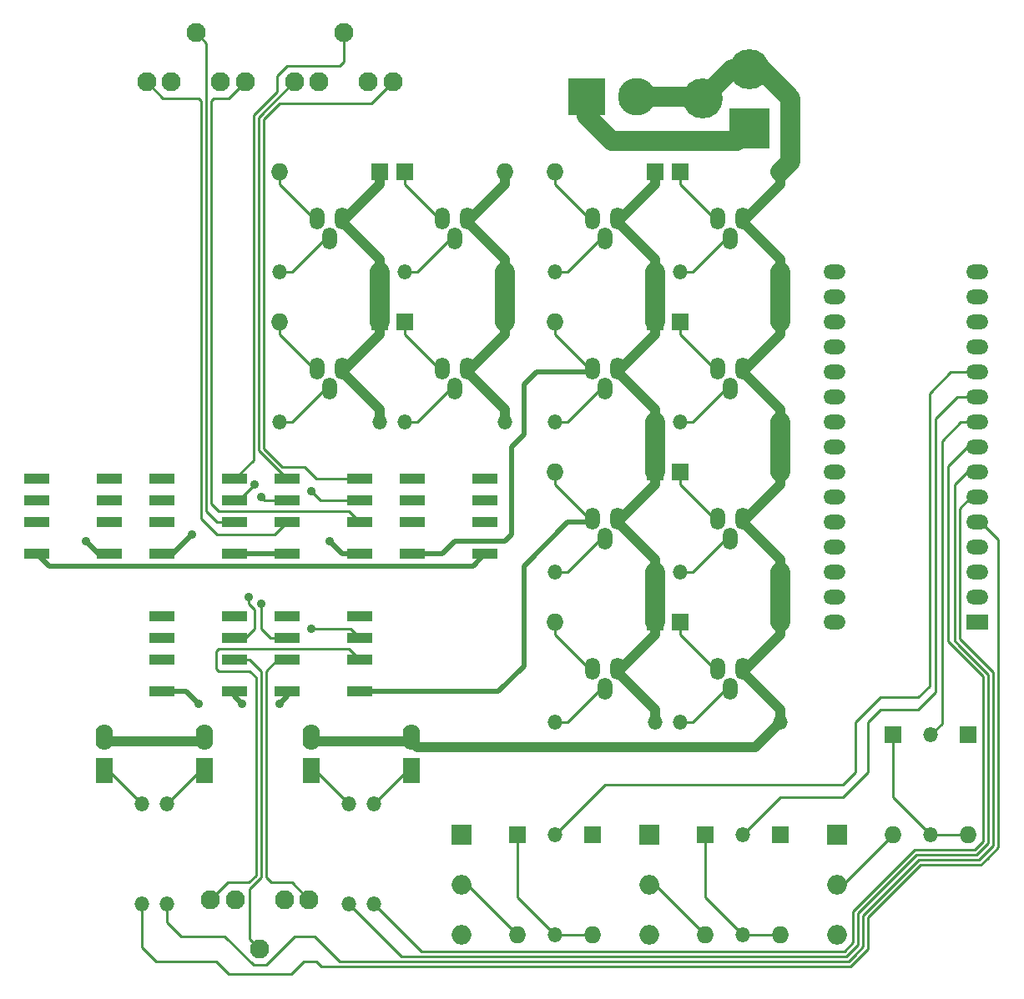
<source format=gtl>
G04 (created by PCBNEW (2013-07-07 BZR 4022)-stable) date Mon 19 Oct 2020 04:14:25 AM CDT*
%MOIN*%
G04 Gerber Fmt 3.4, Leading zero omitted, Abs format*
%FSLAX34Y34*%
G01*
G70*
G90*
G04 APERTURE LIST*
%ADD10C,0.00590551*%
%ADD11O,0.059X0.0885*%
%ADD12C,0.0767717*%
%ADD13O,0.059X0.059*%
%ADD14R,0.069X0.1035*%
%ADD15O,0.069X0.1035*%
%ADD16R,0.069X0.069*%
%ADD17O,0.069X0.069*%
%ADD18R,0.0984252X0.0393701*%
%ADD19R,0.0885X0.059*%
%ADD20O,0.0885X0.059*%
%ADD21R,0.0787402X0.0787402*%
%ADD22O,0.0787402X0.0787402*%
%ADD23R,0.16X0.16*%
%ADD24C,0.16*%
%ADD25R,0.15X0.15*%
%ADD26C,0.15*%
%ADD27C,0.035*%
%ADD28C,0.01*%
%ADD29C,0.08*%
%ADD30C,0.04*%
%ADD31C,0.02*%
G04 APERTURE END LIST*
G54D10*
G54D11*
X51500Y-73852D03*
X51000Y-74647D03*
X50500Y-73852D03*
X45500Y-67852D03*
X45000Y-68647D03*
X44500Y-67852D03*
X56500Y-85852D03*
X56000Y-86647D03*
X55500Y-85852D03*
X56500Y-73852D03*
X56000Y-74647D03*
X55500Y-73852D03*
X40500Y-73852D03*
X40000Y-74647D03*
X39500Y-73852D03*
X51500Y-79852D03*
X51000Y-80647D03*
X50500Y-79852D03*
X56500Y-79852D03*
X56000Y-80647D03*
X55500Y-79852D03*
X56500Y-67852D03*
X56000Y-68647D03*
X55500Y-67852D03*
X51500Y-67852D03*
X51000Y-68647D03*
X50500Y-67852D03*
X45500Y-73852D03*
X45000Y-74647D03*
X44500Y-73852D03*
X40500Y-67852D03*
X40000Y-68647D03*
X39500Y-67852D03*
X51500Y-85852D03*
X51000Y-86647D03*
X50500Y-85852D03*
G54D12*
X37204Y-97047D03*
X36220Y-95078D03*
X38188Y-95078D03*
X35236Y-95078D03*
X39173Y-95078D03*
X40551Y-60433D03*
X41535Y-62401D03*
X39566Y-62401D03*
X42519Y-62401D03*
X38582Y-62401D03*
X34645Y-60433D03*
X35629Y-62401D03*
X33661Y-62401D03*
X36614Y-62401D03*
X32677Y-62401D03*
G54D13*
X54000Y-76000D03*
X58000Y-76000D03*
X42000Y-70000D03*
X38000Y-70000D03*
X53000Y-76000D03*
X49000Y-76000D03*
X53000Y-82000D03*
X49000Y-82000D03*
X43000Y-70000D03*
X47000Y-70000D03*
X43000Y-76000D03*
X47000Y-76000D03*
X54000Y-82000D03*
X58000Y-82000D03*
X53000Y-88000D03*
X49000Y-88000D03*
X54000Y-88000D03*
X58000Y-88000D03*
X53000Y-70000D03*
X49000Y-70000D03*
X54000Y-70000D03*
X58000Y-70000D03*
X42000Y-76000D03*
X38000Y-76000D03*
X49000Y-96500D03*
X49000Y-92500D03*
X56500Y-96500D03*
X56500Y-92500D03*
X64000Y-92500D03*
X64000Y-88500D03*
X40750Y-95250D03*
X40750Y-91250D03*
X41750Y-95250D03*
X41750Y-91250D03*
X33500Y-95250D03*
X33500Y-91250D03*
X32500Y-95250D03*
X32500Y-91250D03*
G54D14*
X35000Y-89922D03*
G54D15*
X35000Y-88577D03*
G54D14*
X39250Y-89922D03*
G54D15*
X39250Y-88577D03*
G54D14*
X43250Y-89922D03*
G54D15*
X43250Y-88577D03*
G54D14*
X31000Y-89922D03*
G54D15*
X31000Y-88577D03*
G54D16*
X65500Y-88500D03*
G54D17*
X65500Y-92500D03*
G54D16*
X62500Y-88500D03*
G54D17*
X62500Y-92500D03*
G54D16*
X55000Y-92500D03*
G54D17*
X55000Y-96500D03*
G54D16*
X47500Y-92500D03*
G54D17*
X47500Y-96500D03*
G54D16*
X58000Y-92500D03*
G54D17*
X58000Y-96500D03*
G54D16*
X50500Y-92500D03*
G54D17*
X50500Y-96500D03*
G54D18*
X38293Y-80000D03*
X38293Y-79133D03*
X38293Y-78267D03*
X38293Y-81259D03*
X41206Y-80000D03*
X41206Y-79133D03*
X41206Y-78267D03*
X41206Y-81259D03*
X33293Y-80000D03*
X33293Y-79133D03*
X33293Y-78267D03*
X33293Y-81259D03*
X36206Y-80000D03*
X36206Y-79133D03*
X36206Y-78267D03*
X36206Y-81259D03*
X38293Y-85500D03*
X38293Y-84633D03*
X38293Y-83767D03*
X38293Y-86759D03*
X41206Y-85500D03*
X41206Y-84633D03*
X41206Y-83767D03*
X41206Y-86759D03*
X33293Y-85500D03*
X33293Y-84633D03*
X33293Y-83767D03*
X33293Y-86759D03*
X36206Y-85500D03*
X36206Y-84633D03*
X36206Y-83767D03*
X36206Y-86759D03*
X28293Y-80000D03*
X28293Y-79133D03*
X28293Y-78267D03*
X28293Y-81259D03*
X31206Y-80000D03*
X31206Y-79133D03*
X31206Y-78267D03*
X31206Y-81259D03*
X43293Y-80000D03*
X43293Y-79133D03*
X43293Y-78267D03*
X43293Y-81259D03*
X46206Y-80000D03*
X46206Y-79133D03*
X46206Y-78267D03*
X46206Y-81259D03*
G54D16*
X42000Y-72000D03*
G54D17*
X38000Y-72000D03*
G54D16*
X43000Y-72000D03*
G54D17*
X47000Y-72000D03*
G54D16*
X54000Y-66000D03*
G54D17*
X58000Y-66000D03*
G54D16*
X53000Y-66000D03*
G54D17*
X49000Y-66000D03*
G54D16*
X43000Y-66000D03*
G54D17*
X47000Y-66000D03*
G54D16*
X42000Y-66000D03*
G54D17*
X38000Y-66000D03*
G54D16*
X53000Y-84000D03*
G54D17*
X49000Y-84000D03*
G54D16*
X54000Y-84000D03*
G54D17*
X58000Y-84000D03*
G54D16*
X54000Y-72000D03*
G54D17*
X58000Y-72000D03*
G54D16*
X53000Y-72000D03*
G54D17*
X49000Y-72000D03*
G54D16*
X53000Y-78000D03*
G54D17*
X49000Y-78000D03*
G54D16*
X54000Y-78000D03*
G54D17*
X58000Y-78000D03*
G54D19*
X65852Y-84000D03*
G54D20*
X65852Y-83000D03*
X65852Y-82000D03*
X65852Y-81000D03*
X60147Y-79000D03*
X60147Y-80000D03*
X60147Y-81000D03*
X65852Y-80000D03*
X65852Y-79000D03*
X65852Y-78000D03*
X60147Y-78000D03*
X60147Y-77000D03*
X60147Y-76000D03*
X65852Y-77000D03*
X65852Y-76000D03*
X65852Y-75000D03*
X65852Y-74000D03*
X65852Y-73000D03*
X65852Y-72000D03*
X65852Y-71000D03*
X60147Y-75000D03*
X60147Y-74000D03*
X60147Y-73000D03*
X60147Y-72000D03*
X60147Y-71000D03*
X60147Y-70000D03*
X65852Y-70000D03*
X60147Y-82000D03*
X60147Y-83000D03*
X60147Y-84000D03*
G54D21*
X60250Y-92500D03*
G54D22*
X60250Y-94500D03*
X60250Y-96500D03*
G54D21*
X52750Y-92500D03*
G54D22*
X52750Y-94500D03*
X52750Y-96500D03*
G54D21*
X45250Y-92500D03*
G54D22*
X45250Y-94500D03*
X45250Y-96500D03*
G54D23*
X56750Y-64250D03*
G54D24*
X56750Y-61900D03*
X54900Y-63050D03*
G54D25*
X50250Y-63000D03*
G54D26*
X52250Y-63000D03*
G54D27*
X30250Y-80750D03*
X34750Y-87250D03*
X38000Y-87250D03*
X36500Y-87250D03*
X34500Y-80500D03*
X40000Y-80750D03*
X39250Y-84250D03*
X39250Y-78750D03*
X37000Y-78500D03*
X36750Y-83000D03*
X37250Y-83250D03*
X37250Y-79000D03*
G54D28*
X66700Y-92600D02*
X66700Y-80700D01*
X66700Y-92998D02*
X66700Y-92600D01*
X65400Y-93700D02*
X65998Y-93700D01*
X63598Y-93700D02*
X65400Y-93700D01*
X61500Y-96750D02*
X61500Y-95798D01*
X61500Y-97048D02*
X61500Y-96750D01*
X45350Y-97750D02*
X60798Y-97750D01*
X39450Y-97550D02*
X39650Y-97750D01*
X39650Y-97750D02*
X45350Y-97750D01*
X35950Y-98050D02*
X38200Y-98050D01*
X38200Y-98050D02*
X38450Y-98050D01*
X38450Y-98050D02*
X38950Y-97550D01*
X32500Y-95250D02*
X32500Y-97000D01*
X35450Y-97550D02*
X35850Y-97950D01*
X33050Y-97550D02*
X35450Y-97550D01*
X32500Y-97000D02*
X33050Y-97550D01*
X35850Y-97950D02*
X35950Y-98050D01*
X38950Y-97550D02*
X39450Y-97550D01*
X60798Y-97750D02*
X61024Y-97524D01*
X61024Y-97524D02*
X61500Y-97048D01*
X61500Y-95798D02*
X62799Y-94499D01*
X62799Y-94499D02*
X63598Y-93700D01*
X65998Y-93700D02*
X66249Y-93449D01*
X66249Y-93449D02*
X66700Y-92998D01*
X66700Y-80700D02*
X66000Y-80000D01*
X66500Y-92500D02*
X66500Y-86000D01*
X66500Y-92915D02*
X66500Y-92500D01*
X65550Y-93500D02*
X65915Y-93500D01*
X63515Y-93500D02*
X65550Y-93500D01*
X61300Y-96600D02*
X61300Y-95715D01*
X61300Y-96965D02*
X61300Y-96600D01*
X45450Y-97550D02*
X60715Y-97550D01*
X39400Y-96550D02*
X40400Y-97550D01*
X40400Y-97550D02*
X45450Y-97550D01*
X33500Y-95250D02*
X33500Y-96000D01*
X38600Y-96550D02*
X39150Y-96550D01*
X37450Y-97700D02*
X38600Y-96550D01*
X36950Y-97700D02*
X37450Y-97700D01*
X35800Y-96550D02*
X36950Y-97700D01*
X34050Y-96550D02*
X35800Y-96550D01*
X33500Y-96000D02*
X34050Y-96550D01*
X39150Y-96550D02*
X39400Y-96550D01*
X60715Y-97550D02*
X60957Y-97307D01*
X60957Y-97307D02*
X61300Y-96965D01*
X61300Y-95715D02*
X62982Y-94032D01*
X62982Y-94032D02*
X63515Y-93500D01*
X65915Y-93500D02*
X66307Y-93107D01*
X66307Y-93107D02*
X66500Y-92915D01*
X65600Y-79000D02*
X66000Y-79000D01*
X65150Y-79450D02*
X65600Y-79000D01*
X65150Y-84650D02*
X65150Y-79450D01*
X66500Y-86000D02*
X65150Y-84650D01*
X64949Y-79850D02*
X64949Y-78500D01*
X65133Y-84916D02*
X64949Y-84732D01*
X66300Y-86250D02*
X66300Y-86082D01*
X66300Y-86082D02*
X65158Y-84941D01*
X65158Y-84941D02*
X65133Y-84916D01*
X61100Y-96550D02*
X61100Y-95632D01*
X61100Y-96882D02*
X61100Y-96550D01*
X45450Y-97350D02*
X60632Y-97350D01*
X42850Y-97350D02*
X45450Y-97350D01*
X40750Y-95250D02*
X42850Y-97350D01*
X60632Y-97350D02*
X60966Y-97016D01*
X60966Y-97016D02*
X61100Y-96882D01*
X66300Y-92832D02*
X66300Y-92400D01*
X65832Y-93300D02*
X66300Y-92832D01*
X63432Y-93300D02*
X65832Y-93300D01*
X61100Y-95632D02*
X63432Y-93300D01*
X66300Y-92400D02*
X66300Y-86250D01*
X64949Y-84732D02*
X64949Y-84350D01*
X64949Y-79850D02*
X64949Y-84350D01*
X65450Y-78000D02*
X66000Y-78000D01*
X64949Y-78500D02*
X65450Y-78000D01*
X64700Y-80850D02*
X64700Y-77750D01*
X64700Y-84765D02*
X64700Y-80850D01*
X66100Y-92400D02*
X66100Y-86300D01*
X60900Y-95550D02*
X63350Y-93100D01*
X63350Y-93100D02*
X65750Y-93100D01*
X65750Y-93100D02*
X66100Y-92750D01*
X66100Y-92750D02*
X66100Y-92400D01*
X45450Y-97150D02*
X60550Y-97150D01*
X43650Y-97150D02*
X45450Y-97150D01*
X41750Y-95250D02*
X43650Y-97150D01*
X60900Y-96800D02*
X60900Y-96450D01*
X60550Y-97150D02*
X60900Y-96800D01*
X60900Y-96450D02*
X60900Y-95550D01*
X66100Y-86165D02*
X65067Y-85132D01*
X66100Y-86300D02*
X66100Y-86165D01*
X65067Y-85132D02*
X64700Y-84765D01*
X65450Y-77000D02*
X66000Y-77000D01*
X64700Y-77750D02*
X65450Y-77000D01*
G54D29*
X42000Y-72000D02*
X42000Y-70000D01*
X53000Y-72000D02*
X53000Y-70000D01*
X53000Y-78000D02*
X53000Y-76000D01*
X53000Y-82000D02*
X53000Y-84000D01*
G54D30*
X40500Y-74000D02*
X42000Y-72500D01*
X42000Y-72500D02*
X42000Y-72000D01*
X40500Y-68000D02*
X42000Y-66500D01*
X42000Y-66500D02*
X42000Y-66000D01*
X51500Y-68000D02*
X53000Y-66500D01*
X53000Y-66500D02*
X53000Y-66000D01*
X53000Y-72000D02*
X53000Y-72500D01*
X53000Y-72500D02*
X51500Y-74000D01*
X51500Y-80000D02*
X53000Y-78500D01*
X53000Y-78500D02*
X53000Y-78000D01*
X51500Y-86000D02*
X53000Y-84500D01*
X53000Y-84500D02*
X53000Y-84000D01*
X42000Y-76000D02*
X42000Y-75500D01*
X42000Y-75500D02*
X40500Y-74000D01*
X42000Y-70000D02*
X42000Y-69500D01*
X42000Y-69500D02*
X40500Y-68000D01*
X53000Y-70000D02*
X53000Y-69500D01*
X53000Y-69500D02*
X51500Y-68000D01*
X53000Y-76000D02*
X53000Y-75500D01*
X53000Y-75500D02*
X51500Y-74000D01*
X53000Y-82000D02*
X53000Y-81500D01*
X53000Y-81500D02*
X51500Y-80000D01*
X53000Y-88000D02*
X53000Y-87500D01*
X53000Y-87500D02*
X51500Y-86000D01*
G54D28*
X47500Y-92500D02*
X47500Y-95000D01*
X47500Y-95000D02*
X49000Y-96500D01*
X49000Y-96500D02*
X50500Y-96500D01*
X55000Y-92500D02*
X55000Y-95000D01*
X55000Y-95000D02*
X56500Y-96500D01*
X56500Y-96500D02*
X58000Y-96500D01*
X62500Y-88500D02*
X62500Y-91000D01*
X62500Y-91000D02*
X64000Y-92500D01*
X64000Y-92500D02*
X65500Y-92500D01*
G54D30*
X50250Y-63000D02*
X50250Y-63750D01*
X56250Y-64750D02*
X56750Y-64250D01*
G54D29*
X51250Y-64750D02*
X56250Y-64750D01*
X50250Y-63750D02*
X51250Y-64750D01*
G54D30*
X58000Y-88000D02*
X57000Y-89000D01*
X57000Y-89000D02*
X43500Y-89000D01*
X43500Y-89000D02*
X43250Y-88750D01*
G54D29*
X56750Y-61900D02*
X57250Y-61900D01*
X58400Y-65600D02*
X58000Y-66000D01*
X58400Y-63050D02*
X58400Y-65600D01*
X57250Y-61900D02*
X58400Y-63050D01*
G54D30*
X43250Y-88750D02*
X39250Y-88750D01*
X31000Y-88750D02*
X35000Y-88750D01*
G54D29*
X47000Y-72000D02*
X47000Y-70000D01*
X58000Y-72000D02*
X58000Y-70000D01*
X58000Y-78000D02*
X58000Y-76000D01*
X58000Y-82000D02*
X58000Y-84000D01*
G54D30*
X45500Y-74000D02*
X47000Y-72500D01*
X47000Y-72500D02*
X47000Y-72000D01*
X45500Y-68000D02*
X47000Y-66500D01*
X47000Y-66500D02*
X47000Y-66000D01*
X56500Y-68000D02*
X58000Y-66500D01*
X58000Y-66500D02*
X58000Y-66000D01*
X56500Y-74000D02*
X58000Y-72500D01*
X58000Y-72500D02*
X58000Y-72000D01*
X56500Y-80000D02*
X58000Y-78500D01*
X58000Y-78500D02*
X58000Y-78000D01*
X56500Y-86000D02*
X58000Y-84500D01*
X58000Y-84500D02*
X58000Y-84000D01*
X47000Y-76000D02*
X47000Y-75500D01*
X47000Y-75500D02*
X45500Y-74000D01*
X47000Y-70000D02*
X47000Y-69500D01*
X47000Y-69500D02*
X45500Y-68000D01*
X58000Y-70000D02*
X58000Y-69500D01*
X58000Y-69500D02*
X56500Y-68000D01*
X58000Y-76000D02*
X58000Y-75500D01*
X58000Y-75500D02*
X56500Y-74000D01*
X58000Y-82000D02*
X58000Y-81500D01*
X58000Y-81500D02*
X56500Y-80000D01*
X58000Y-88000D02*
X58000Y-87500D01*
X58000Y-87500D02*
X56500Y-86000D01*
G54D29*
X54900Y-63050D02*
X56050Y-61900D01*
G54D30*
X56050Y-61900D02*
X56750Y-61900D01*
G54D29*
X52250Y-63000D02*
X54850Y-63000D01*
X54850Y-63000D02*
X54900Y-63050D01*
G54D31*
X43293Y-81259D02*
X44490Y-81259D01*
X48250Y-74000D02*
X50500Y-74000D01*
X47750Y-74500D02*
X48250Y-74000D01*
X47750Y-76500D02*
X47750Y-74500D01*
X47250Y-77000D02*
X47750Y-76500D01*
X47250Y-80500D02*
X47250Y-77000D01*
X47000Y-80750D02*
X47250Y-80500D01*
X45000Y-80750D02*
X47000Y-80750D01*
X44490Y-81259D02*
X45000Y-80750D01*
G54D28*
X54000Y-72500D02*
X55500Y-74000D01*
X49000Y-72500D02*
X50500Y-74000D01*
X54000Y-72000D02*
X54000Y-72500D01*
X49000Y-72000D02*
X49000Y-72500D01*
G54D31*
X28293Y-81259D02*
X28783Y-81750D01*
X45716Y-81750D02*
X46206Y-81259D01*
X28783Y-81750D02*
X45716Y-81750D01*
X31206Y-81259D02*
X30759Y-81259D01*
X30759Y-81259D02*
X30250Y-80750D01*
G54D28*
X38000Y-66500D02*
X39500Y-68000D01*
X43000Y-66500D02*
X44500Y-68000D01*
X38000Y-66000D02*
X38000Y-66500D01*
X43000Y-66000D02*
X43000Y-66500D01*
X60250Y-94500D02*
X60500Y-94500D01*
X60500Y-94500D02*
X62500Y-92500D01*
X52750Y-94500D02*
X53000Y-94500D01*
X53000Y-94500D02*
X55000Y-96500D01*
X45250Y-94500D02*
X45500Y-94500D01*
X45500Y-94500D02*
X47500Y-96500D01*
X63950Y-85900D02*
X63950Y-74850D01*
X63950Y-86550D02*
X63950Y-85900D01*
X61000Y-88000D02*
X62000Y-87000D01*
X51000Y-90500D02*
X60500Y-90500D01*
X60500Y-90500D02*
X61000Y-90000D01*
X61000Y-90000D02*
X61000Y-89000D01*
X61000Y-89000D02*
X61000Y-88000D01*
X49000Y-92500D02*
X51000Y-90500D01*
X62000Y-87000D02*
X63500Y-87000D01*
X63500Y-87000D02*
X63950Y-86550D01*
X64800Y-74000D02*
X66000Y-74000D01*
X63950Y-74850D02*
X64800Y-74000D01*
X34849Y-63150D02*
X34849Y-65650D01*
X33325Y-63050D02*
X34749Y-63050D01*
X34749Y-63050D02*
X34849Y-63150D01*
X34849Y-65650D02*
X34849Y-79849D01*
X34849Y-79849D02*
X35500Y-80500D01*
X35500Y-80500D02*
X37793Y-80500D01*
X38293Y-80000D02*
X37793Y-80500D01*
X33325Y-63050D02*
X32677Y-62401D01*
X37149Y-76282D02*
X37149Y-77124D01*
X37149Y-77124D02*
X38293Y-78267D01*
X38582Y-62401D02*
X38565Y-62401D01*
X37149Y-75600D02*
X37149Y-76282D01*
X37149Y-69450D02*
X37149Y-75600D01*
X37149Y-63817D02*
X37149Y-69450D01*
X38565Y-62401D02*
X37149Y-63817D01*
X37049Y-94000D02*
X37049Y-94117D01*
X35914Y-94400D02*
X35236Y-95078D01*
X36767Y-94400D02*
X35914Y-94400D01*
X37049Y-94117D02*
X36767Y-94400D01*
X37049Y-94000D02*
X37049Y-86199D01*
X40756Y-85050D02*
X41206Y-85500D01*
X35550Y-85050D02*
X40756Y-85050D01*
X35450Y-85150D02*
X35550Y-85050D01*
X35450Y-85850D02*
X35450Y-85150D01*
X35550Y-85950D02*
X35450Y-85850D01*
X36800Y-85950D02*
X35550Y-85950D01*
X37049Y-86199D02*
X36800Y-85950D01*
X37450Y-94200D02*
X37450Y-85949D01*
X37650Y-94400D02*
X37450Y-94200D01*
X38494Y-94400D02*
X37650Y-94400D01*
X39173Y-95078D02*
X38494Y-94400D01*
X37900Y-85500D02*
X38293Y-85500D01*
X37450Y-85949D02*
X37900Y-85500D01*
X64450Y-84350D02*
X64450Y-76750D01*
X64450Y-88050D02*
X64450Y-84350D01*
X64000Y-88500D02*
X64450Y-88050D01*
X65200Y-76000D02*
X66000Y-76000D01*
X64450Y-76750D02*
X65200Y-76000D01*
X64200Y-85400D02*
X64200Y-75850D01*
X64200Y-86800D02*
X64200Y-85400D01*
X56500Y-92500D02*
X58000Y-91000D01*
X63500Y-87500D02*
X64000Y-87000D01*
X62000Y-87500D02*
X63500Y-87500D01*
X61500Y-88000D02*
X62000Y-87500D01*
X61500Y-90000D02*
X61500Y-88000D01*
X60500Y-91000D02*
X61500Y-90000D01*
X58000Y-91000D02*
X60500Y-91000D01*
X64000Y-87000D02*
X64200Y-86800D01*
X65050Y-75000D02*
X66000Y-75000D01*
X64200Y-75850D02*
X65050Y-75000D01*
X35250Y-65650D02*
X35250Y-63150D01*
X35965Y-63050D02*
X35350Y-63050D01*
X35350Y-63050D02*
X35250Y-63150D01*
X35250Y-65650D02*
X35250Y-79250D01*
X35250Y-79250D02*
X35550Y-79550D01*
X35550Y-79550D02*
X40756Y-79550D01*
X41206Y-80000D02*
X40756Y-79550D01*
X35965Y-63050D02*
X36614Y-62401D01*
X37350Y-76200D02*
X37350Y-77041D01*
X39467Y-78267D02*
X41206Y-78267D01*
X39000Y-77800D02*
X39467Y-78267D01*
X38108Y-77800D02*
X39000Y-77800D01*
X37350Y-77041D02*
X38108Y-77800D01*
X41671Y-63250D02*
X37999Y-63250D01*
X37999Y-63250D02*
X37350Y-63900D01*
X37350Y-63900D02*
X37350Y-76200D01*
X42519Y-62401D02*
X41671Y-63250D01*
G54D31*
X36206Y-81259D02*
X38293Y-81259D01*
G54D28*
X41750Y-91250D02*
X43250Y-89750D01*
X35050Y-63337D02*
X35050Y-60837D01*
X35050Y-63337D02*
X35050Y-79550D01*
X35050Y-79550D02*
X35500Y-80000D01*
X36206Y-80000D02*
X35500Y-80000D01*
X35050Y-60837D02*
X34645Y-60433D01*
X40551Y-60433D02*
X40551Y-61598D01*
X36949Y-77524D02*
X36206Y-78267D01*
X36949Y-75600D02*
X36949Y-77524D01*
X36949Y-68000D02*
X36949Y-75600D01*
X36949Y-63734D02*
X36949Y-68000D01*
X37900Y-62784D02*
X36949Y-63734D01*
X37900Y-62150D02*
X37900Y-62784D01*
X38300Y-61750D02*
X37900Y-62150D01*
X40400Y-61750D02*
X38300Y-61750D01*
X40551Y-61598D02*
X40400Y-61750D01*
X40750Y-91250D02*
X39250Y-89750D01*
X33500Y-91250D02*
X35000Y-89750D01*
X32500Y-91250D02*
X31000Y-89750D01*
G54D31*
X33293Y-86759D02*
X34259Y-86759D01*
X34259Y-86759D02*
X34750Y-87250D01*
G54D28*
X54000Y-84000D02*
X54000Y-84500D01*
X54000Y-84500D02*
X55500Y-86000D01*
X49000Y-84000D02*
X49000Y-84500D01*
X49000Y-84500D02*
X50500Y-86000D01*
G54D31*
X36206Y-86759D02*
X36206Y-86956D01*
X38293Y-86956D02*
X38293Y-86759D01*
X38000Y-87250D02*
X38293Y-86956D01*
X36206Y-86956D02*
X36500Y-87250D01*
X41206Y-86759D02*
X46740Y-86759D01*
X49500Y-80000D02*
X50500Y-80000D01*
X47750Y-81750D02*
X49500Y-80000D01*
X47750Y-85750D02*
X47750Y-81750D01*
X46740Y-86759D02*
X47750Y-85750D01*
G54D28*
X49000Y-78000D02*
X49000Y-78500D01*
X49000Y-78500D02*
X50500Y-80000D01*
X54000Y-78000D02*
X54000Y-78500D01*
X54000Y-78500D02*
X55500Y-80000D01*
X37250Y-94200D02*
X37250Y-85950D01*
X37250Y-94200D02*
X36800Y-94650D01*
X36800Y-94650D02*
X36800Y-96642D01*
X37204Y-97047D02*
X36800Y-96642D01*
X36800Y-85500D02*
X36206Y-85500D01*
X37250Y-85950D02*
X36800Y-85500D01*
X49000Y-66000D02*
X49000Y-66500D01*
X54000Y-66000D02*
X54000Y-66500D01*
X54000Y-66500D02*
X55500Y-68000D01*
G54D31*
X33740Y-81259D02*
X33293Y-81259D01*
X34500Y-80500D02*
X33740Y-81259D01*
G54D28*
X49000Y-66500D02*
X50500Y-68000D01*
X43000Y-72000D02*
X43000Y-72500D01*
X38000Y-72000D02*
X38000Y-72500D01*
G54D31*
X40509Y-81259D02*
X41206Y-81259D01*
X40000Y-80750D02*
X40509Y-81259D01*
G54D28*
X43000Y-72500D02*
X44500Y-74000D01*
X38000Y-72500D02*
X39500Y-74000D01*
X54500Y-70000D02*
X56000Y-68500D01*
X54000Y-70000D02*
X54500Y-70000D01*
X43500Y-76000D02*
X45000Y-74500D01*
X43000Y-76000D02*
X43500Y-76000D01*
X54000Y-88000D02*
X54500Y-88000D01*
X54500Y-88000D02*
X56000Y-86500D01*
X54000Y-82000D02*
X54500Y-82000D01*
X54500Y-82000D02*
X56000Y-80500D01*
X54000Y-76000D02*
X54500Y-76000D01*
X54500Y-76000D02*
X56000Y-74500D01*
X43000Y-70000D02*
X43500Y-70000D01*
X43500Y-70000D02*
X45000Y-68500D01*
X38500Y-76000D02*
X40000Y-74500D01*
X38000Y-76000D02*
X38500Y-76000D01*
X49500Y-70000D02*
X51000Y-68500D01*
X49000Y-70000D02*
X49500Y-70000D01*
X49000Y-82000D02*
X49500Y-82000D01*
X49500Y-82000D02*
X51000Y-80500D01*
X49000Y-88000D02*
X49500Y-88000D01*
X49500Y-88000D02*
X51000Y-86500D01*
X38000Y-70000D02*
X38500Y-70000D01*
X38500Y-70000D02*
X40000Y-68500D01*
X49000Y-76000D02*
X49500Y-76000D01*
X49500Y-76000D02*
X51000Y-74500D01*
X41206Y-79133D02*
X39633Y-79133D01*
X40822Y-84250D02*
X41206Y-84633D01*
X39250Y-84250D02*
X40822Y-84250D01*
X39633Y-79133D02*
X39250Y-78750D01*
X36206Y-84633D02*
X36616Y-84633D01*
X36366Y-79133D02*
X36206Y-79133D01*
X37000Y-78500D02*
X36366Y-79133D01*
X36750Y-83250D02*
X36750Y-83000D01*
X37000Y-83500D02*
X36750Y-83250D01*
X37000Y-84250D02*
X37000Y-83500D01*
X36616Y-84633D02*
X37000Y-84250D01*
X38293Y-79133D02*
X37383Y-79133D01*
X37633Y-84633D02*
X38293Y-84633D01*
X37250Y-84250D02*
X37633Y-84633D01*
X37250Y-83250D02*
X37250Y-84250D01*
X37383Y-79133D02*
X37250Y-79000D01*
M02*

</source>
